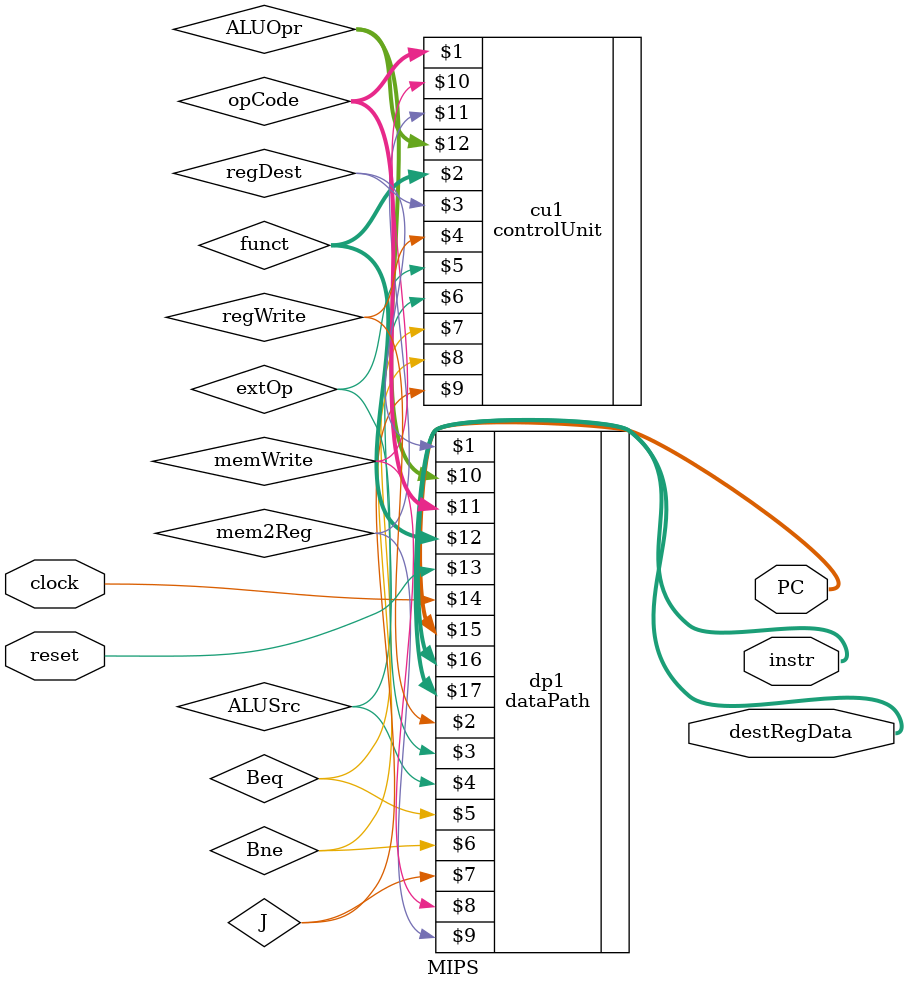
<source format=v>
`timescale 1ns / 1ps
module MIPS(
input clock,
input reset,
output [18:0] PC,
output [20:0]instr,
output [20:0]destRegData
);
//output of datapath and input to control unit
//output of AlUCtrl
//complete here

wire [4:0] opCode;
wire [2:0] funct;
wire regDest, regWrite, extOp, ALUSrc, Beq,Bne,J, memWrite, mem2Reg;
wire [2:0] ALUOpr;

controlUnit cu1(
    opCode,
	 funct,
    regDest, regWrite, extOp, ALUSrc, Beq,Bne,
    J, memWrite, mem2Reg,
	 ALUOpr
    );
	 
dataPath dp1(
    regDest, regWrite, extOp, ALUSrc, Beq,Bne,
    J, memWrite, mem2Reg, 
    ALUOpr, 
    opCode, 
    funct, 
    reset,
    clock,
    PC,
    instr,
    destRegData
    );

endmodule

</source>
